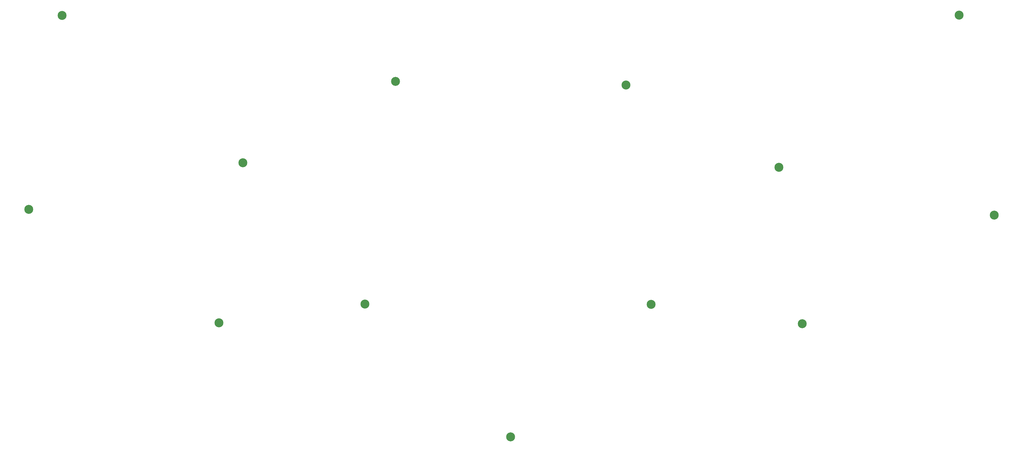
<source format=gbr>
%TF.GenerationSoftware,KiCad,Pcbnew,(6.0.0)*%
%TF.CreationDate,2022-01-22T22:35:58-08:00*%
%TF.ProjectId,switchplate-no-oled,73776974-6368-4706-9c61-74652d6e6f2d,rev?*%
%TF.SameCoordinates,Original*%
%TF.FileFunction,Soldermask,Top*%
%TF.FilePolarity,Negative*%
%FSLAX46Y46*%
G04 Gerber Fmt 4.6, Leading zero omitted, Abs format (unit mm)*
G04 Created by KiCad (PCBNEW (6.0.0)) date 2022-01-22 22:35:58*
%MOMM*%
%LPD*%
G01*
G04 APERTURE LIST*
%ADD10C,2.500000*%
G04 APERTURE END LIST*
D10*
%TO.C,*%
X187052123Y-112767779D03*
%TD*%
%TO.C,*%
X178442124Y-175127780D03*
%TD*%
%TO.C,*%
X258452124Y-175177779D03*
%TD*%
%TO.C,*%
X251502123Y-113767781D03*
%TD*%
%TO.C,*%
X93822124Y-94367779D03*
%TD*%
%TO.C,*%
X354442124Y-150207782D03*
%TD*%
%TO.C,*%
X84522124Y-148557779D03*
%TD*%
%TO.C,*%
X137672122Y-180347779D03*
%TD*%
%TO.C,*%
X344562123Y-94247779D03*
%TD*%
%TO.C,*%
X219172124Y-212237782D03*
%TD*%
%TO.C,*%
X144362122Y-135577781D03*
%TD*%
%TO.C,*%
X300722124Y-180597781D03*
%TD*%
%TO.C,*%
X294252125Y-136827781D03*
%TD*%
M02*

</source>
